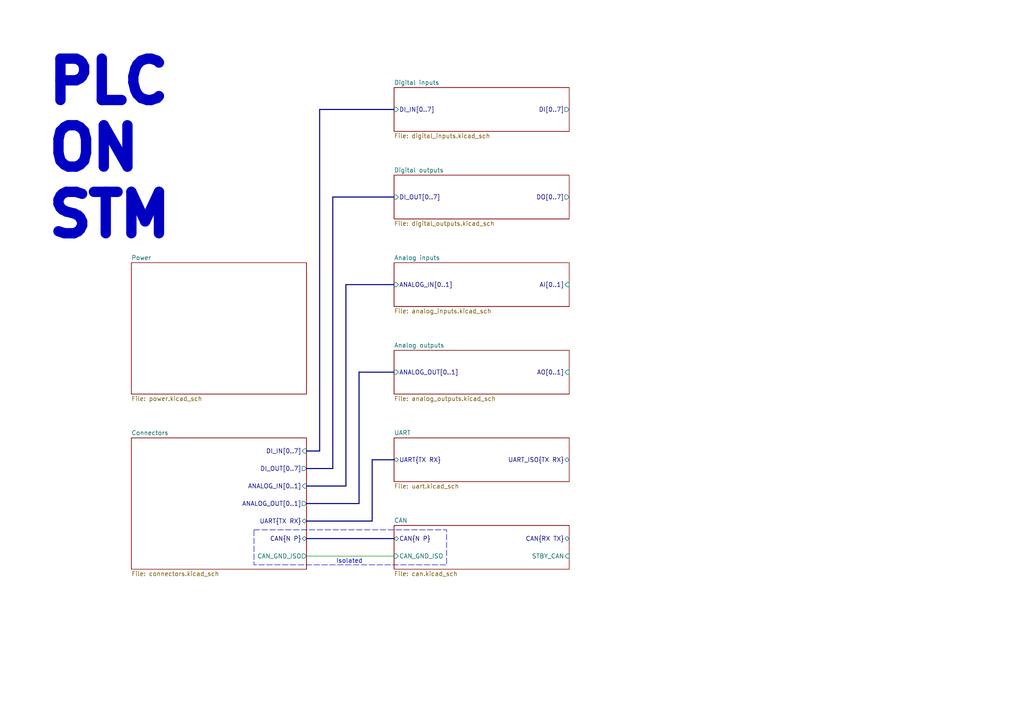
<source format=kicad_sch>
(kicad_sch
	(version 20250114)
	(generator "eeschema")
	(generator_version "9.0")
	(uuid "b652b05a-4e3d-4ad1-b032-18886abe7d45")
	(paper "A4")
	(title_block
		(title "PLC ON STM")
		(rev "${REVISION}")
		(company "Author: Grzegorz Potocki")
	)
	(lib_symbols)
	(rectangle
		(start 73.66 153.67)
		(end 129.54 163.83)
		(stroke
			(width 0)
			(type dash)
		)
		(fill
			(type none)
		)
		(uuid ee3b2849-9b03-4049-a8c0-9cac4343afd4)
	)
	(text "PLC\nON\nSTM"
		(exclude_from_sim no)
		(at 12.7 43.18 0)
		(effects
			(font
				(size 12 12)
				(thickness 4.8)
				(bold yes)
			)
			(justify left)
		)
		(uuid "ba744678-e0b2-47a2-acff-9334e640cdc5")
	)
	(text "Isolated\n"
		(exclude_from_sim no)
		(at 101.346 162.814 0)
		(effects
			(font
				(size 1.27 1.27)
			)
		)
		(uuid "d4f02391-fd2a-47a1-afdf-d5d27c9dde4b")
	)
	(bus
		(pts
			(xy 104.14 146.05) (xy 104.14 107.95)
		)
		(stroke
			(width 0)
			(type default)
		)
		(uuid "1cad29ca-26bc-4f37-a458-4a26a61b7f0a")
	)
	(bus
		(pts
			(xy 96.52 57.15) (xy 114.3 57.15)
		)
		(stroke
			(width 0)
			(type default)
		)
		(uuid "207be0f8-b625-4564-8792-1a666f09596d")
	)
	(bus
		(pts
			(xy 88.9 151.13) (xy 107.95 151.13)
		)
		(stroke
			(width 0)
			(type default)
		)
		(uuid "3aff7d7b-4507-4502-80d3-375060d9e153")
	)
	(bus
		(pts
			(xy 107.95 151.13) (xy 107.95 133.35)
		)
		(stroke
			(width 0)
			(type default)
		)
		(uuid "3c2ed680-da26-47ec-ba1a-a34c3b45d1f3")
	)
	(wire
		(pts
			(xy 88.9 161.29) (xy 114.3 161.29)
		)
		(stroke
			(width 0)
			(type default)
		)
		(uuid "3fc24990-2e4e-4344-9987-4a74f5166060")
	)
	(bus
		(pts
			(xy 100.33 140.97) (xy 100.33 82.55)
		)
		(stroke
			(width 0)
			(type default)
		)
		(uuid "580c0400-62eb-459f-88eb-8e977dd30d41")
	)
	(bus
		(pts
			(xy 100.33 82.55) (xy 114.3 82.55)
		)
		(stroke
			(width 0)
			(type default)
		)
		(uuid "5dedd26b-ab68-4fed-9d50-b6e06f807334")
	)
	(bus
		(pts
			(xy 88.9 156.21) (xy 114.3 156.21)
		)
		(stroke
			(width 0)
			(type default)
		)
		(uuid "65e66252-6f40-4f2a-ac16-0e34670f152e")
	)
	(bus
		(pts
			(xy 88.9 146.05) (xy 104.14 146.05)
		)
		(stroke
			(width 0)
			(type default)
		)
		(uuid "7fe25338-ad44-4264-b495-dca6a284829f")
	)
	(bus
		(pts
			(xy 92.71 31.75) (xy 114.3 31.75)
		)
		(stroke
			(width 0)
			(type default)
		)
		(uuid "93a6cf31-cebc-47f2-a9a1-7d5f294e3a67")
	)
	(bus
		(pts
			(xy 88.9 130.81) (xy 92.71 130.81)
		)
		(stroke
			(width 0)
			(type default)
		)
		(uuid "adc869fd-2d59-4187-8874-bd5964b124f3")
	)
	(bus
		(pts
			(xy 88.9 140.97) (xy 100.33 140.97)
		)
		(stroke
			(width 0)
			(type default)
		)
		(uuid "aea1d315-a1b0-4e79-a377-e01173a4219d")
	)
	(bus
		(pts
			(xy 92.71 130.81) (xy 92.71 31.75)
		)
		(stroke
			(width 0)
			(type default)
		)
		(uuid "bee6bd5c-8e12-49df-984e-2c0bc45a6ed9")
	)
	(bus
		(pts
			(xy 96.52 135.89) (xy 96.52 57.15)
		)
		(stroke
			(width 0)
			(type default)
		)
		(uuid "c2736b3c-47ce-4737-ab83-2334490f023f")
	)
	(bus
		(pts
			(xy 104.14 107.95) (xy 114.3 107.95)
		)
		(stroke
			(width 0)
			(type default)
		)
		(uuid "c8cd3823-c7d1-4e4a-ab7d-92508072266d")
	)
	(bus
		(pts
			(xy 88.9 135.89) (xy 96.52 135.89)
		)
		(stroke
			(width 0)
			(type default)
		)
		(uuid "e6586763-f3b9-4cab-b7c7-e50c755879c9")
	)
	(bus
		(pts
			(xy 107.95 133.35) (xy 114.3 133.35)
		)
		(stroke
			(width 0)
			(type default)
		)
		(uuid "ed6692d1-17b6-45ce-bff4-40b70a0d1887")
	)
	(sheet
		(at 114.3 101.6)
		(size 50.8 12.7)
		(exclude_from_sim no)
		(in_bom yes)
		(on_board yes)
		(dnp no)
		(fields_autoplaced yes)
		(stroke
			(width 0.1524)
			(type solid)
		)
		(fill
			(color 0 0 0 0.0000)
		)
		(uuid "4041f08e-0021-4486-b46d-04dee0dbde38")
		(property "Sheetname" "Analog outputs"
			(at 114.3 100.8884 0)
			(effects
				(font
					(size 1.27 1.27)
				)
				(justify left bottom)
			)
		)
		(property "Sheetfile" "analog_outputs.kicad_sch"
			(at 114.3 114.8846 0)
			(effects
				(font
					(size 1.27 1.27)
				)
				(justify left top)
			)
		)
		(pin "AO[0..1]" input
			(at 165.1 107.95 0)
			(uuid "22802b24-1429-4ce5-ba2d-3e5aa4f57f23")
			(effects
				(font
					(size 1.27 1.27)
				)
				(justify right)
			)
		)
		(pin "ANALOG_OUT[0..1]" input
			(at 114.3 107.95 180)
			(uuid "7084c5de-9bcf-496a-810a-8bdfcb7570ee")
			(effects
				(font
					(size 1.27 1.27)
				)
				(justify left)
			)
		)
		(instances
			(project "stm32-plc"
				(path "/b652b05a-4e3d-4ad1-b032-18886abe7d45"
					(page "5")
				)
			)
		)
	)
	(sheet
		(at 114.3 25.4)
		(size 50.8 12.7)
		(exclude_from_sim no)
		(in_bom yes)
		(on_board yes)
		(dnp no)
		(fields_autoplaced yes)
		(stroke
			(width 0.1524)
			(type solid)
		)
		(fill
			(color 0 0 0 0.0000)
		)
		(uuid "53668965-aba8-491b-bbd2-5e02dffffd80")
		(property "Sheetname" "Digital inputs"
			(at 114.3 24.6884 0)
			(effects
				(font
					(size 1.27 1.27)
				)
				(justify left bottom)
			)
		)
		(property "Sheetfile" "digital_inputs.kicad_sch"
			(at 114.3 38.6846 0)
			(effects
				(font
					(size 1.27 1.27)
				)
				(justify left top)
			)
		)
		(pin "DI_IN[0..7]" input
			(at 114.3 31.75 180)
			(uuid "a6780fa2-04bc-4383-a445-60bea994e50c")
			(effects
				(font
					(size 1.27 1.27)
				)
				(justify left)
			)
		)
		(pin "DI[0..7]" output
			(at 165.1 31.75 0)
			(uuid "5b672e33-6775-4a5c-bdb8-2de1a9ac9675")
			(effects
				(font
					(size 1.27 1.27)
				)
				(justify right)
			)
		)
		(instances
			(project "stm32-plc"
				(path "/b652b05a-4e3d-4ad1-b032-18886abe7d45"
					(page "6")
				)
			)
		)
	)
	(sheet
		(at 114.3 76.2)
		(size 50.8 12.7)
		(exclude_from_sim no)
		(in_bom yes)
		(on_board yes)
		(dnp no)
		(fields_autoplaced yes)
		(stroke
			(width 0.1524)
			(type solid)
		)
		(fill
			(color 0 0 0 0.0000)
		)
		(uuid "6d9818bf-ea95-4e36-b836-5e40b7d255e9")
		(property "Sheetname" "Analog inputs"
			(at 114.3 75.4884 0)
			(effects
				(font
					(size 1.27 1.27)
				)
				(justify left bottom)
			)
		)
		(property "Sheetfile" "analog_inputs.kicad_sch"
			(at 114.3 89.4846 0)
			(effects
				(font
					(size 1.27 1.27)
				)
				(justify left top)
			)
		)
		(pin "ANALOG_IN[0..1]" input
			(at 114.3 82.55 180)
			(uuid "c4fd70aa-0e80-4851-8446-b68e87959680")
			(effects
				(font
					(size 1.27 1.27)
				)
				(justify left)
			)
		)
		(pin "AI[0..1]" input
			(at 165.1 82.55 0)
			(uuid "4c3c9103-6e23-4164-84c8-28779e537590")
			(effects
				(font
					(size 1.27 1.27)
				)
				(justify right)
			)
		)
		(instances
			(project "stm32-plc"
				(path "/b652b05a-4e3d-4ad1-b032-18886abe7d45"
					(page "4")
				)
			)
		)
	)
	(sheet
		(at 38.1 76.2)
		(size 50.8 38.1)
		(exclude_from_sim no)
		(in_bom yes)
		(on_board yes)
		(dnp no)
		(fields_autoplaced yes)
		(stroke
			(width 0.1524)
			(type solid)
		)
		(fill
			(color 0 0 0 0.0000)
		)
		(uuid "99c14907-23ad-43ad-9631-070bcb6380e5")
		(property "Sheetname" "Power"
			(at 38.1 75.4884 0)
			(effects
				(font
					(size 1.27 1.27)
				)
				(justify left bottom)
			)
		)
		(property "Sheetfile" "power.kicad_sch"
			(at 38.1 114.8846 0)
			(effects
				(font
					(size 1.27 1.27)
				)
				(justify left top)
			)
		)
		(instances
			(project "stm32-plc"
				(path "/b652b05a-4e3d-4ad1-b032-18886abe7d45"
					(page "3")
				)
			)
		)
	)
	(sheet
		(at 114.3 50.8)
		(size 50.8 12.7)
		(exclude_from_sim no)
		(in_bom yes)
		(on_board yes)
		(dnp no)
		(fields_autoplaced yes)
		(stroke
			(width 0.1524)
			(type solid)
		)
		(fill
			(color 0 0 0 0.0000)
		)
		(uuid "9a7eac17-bde7-4be8-89e7-ead0dca9d95f")
		(property "Sheetname" "Digital outputs"
			(at 114.3 50.0884 0)
			(effects
				(font
					(size 1.27 1.27)
				)
				(justify left bottom)
			)
		)
		(property "Sheetfile" "digital_outputs.kicad_sch"
			(at 114.3 64.0846 0)
			(effects
				(font
					(size 1.27 1.27)
				)
				(justify left top)
			)
		)
		(pin "DO[0..7]" output
			(at 165.1 57.15 0)
			(uuid "520f437b-2de4-40ff-af19-08c1f63bab3b")
			(effects
				(font
					(size 1.27 1.27)
				)
				(justify right)
			)
		)
		(pin "DI_OUT[0..7]" input
			(at 114.3 57.15 180)
			(uuid "1c730735-bc88-459d-bf1d-73af237f33e0")
			(effects
				(font
					(size 1.27 1.27)
				)
				(justify left)
			)
		)
		(instances
			(project "stm32-plc"
				(path "/b652b05a-4e3d-4ad1-b032-18886abe7d45"
					(page "7")
				)
			)
		)
	)
	(sheet
		(at 114.3 127)
		(size 50.8 12.7)
		(exclude_from_sim no)
		(in_bom yes)
		(on_board yes)
		(dnp no)
		(fields_autoplaced yes)
		(stroke
			(width 0.1524)
			(type solid)
		)
		(fill
			(color 0 0 0 0.0000)
		)
		(uuid "d6ce6b59-68d9-41b9-bbd5-9190176b2b5d")
		(property "Sheetname" "UART"
			(at 114.3 126.2884 0)
			(effects
				(font
					(size 1.27 1.27)
				)
				(justify left bottom)
			)
		)
		(property "Sheetfile" "uart.kicad_sch"
			(at 114.3 140.2846 0)
			(effects
				(font
					(size 1.27 1.27)
				)
				(justify left top)
			)
		)
		(pin "UART{TX RX}" bidirectional
			(at 114.3 133.35 180)
			(uuid "aae6b519-d031-497f-9e3c-ca135b3e76e8")
			(effects
				(font
					(size 1.27 1.27)
				)
				(justify left)
			)
		)
		(pin "UART_ISO{TX RX}" bidirectional
			(at 165.1 133.35 0)
			(uuid "4e8b081d-2d4d-4a59-80a7-8426e34e1e78")
			(effects
				(font
					(size 1.27 1.27)
				)
				(justify right)
			)
		)
		(instances
			(project "stm32-plc"
				(path "/b652b05a-4e3d-4ad1-b032-18886abe7d45"
					(page "9")
				)
			)
		)
	)
	(sheet
		(at 114.3 152.4)
		(size 50.8 12.7)
		(exclude_from_sim no)
		(in_bom yes)
		(on_board yes)
		(dnp no)
		(fields_autoplaced yes)
		(stroke
			(width 0.1524)
			(type solid)
		)
		(fill
			(color 0 0 0 0.0000)
		)
		(uuid "e88a87f1-4fac-4a15-8fc8-a85c85ae592e")
		(property "Sheetname" "CAN"
			(at 114.3 151.6884 0)
			(effects
				(font
					(size 1.27 1.27)
				)
				(justify left bottom)
			)
		)
		(property "Sheetfile" "can.kicad_sch"
			(at 114.3 165.6846 0)
			(effects
				(font
					(size 1.27 1.27)
				)
				(justify left top)
			)
		)
		(pin "CAN_GND_ISO" input
			(at 114.3 161.29 180)
			(uuid "d32581b4-d4b8-4e0f-8bc4-3a0f49639f33")
			(effects
				(font
					(size 1.27 1.27)
				)
				(justify left)
			)
		)
		(pin "CAN{RX TX}" bidirectional
			(at 165.1 156.21 0)
			(uuid "7a6057d6-1c88-43b6-a465-09135f8c1ee5")
			(effects
				(font
					(size 1.27 1.27)
				)
				(justify right)
			)
		)
		(pin "CAN{N P}" bidirectional
			(at 114.3 156.21 180)
			(uuid "e66b04b3-d294-47e1-8b64-78a0a8e32947")
			(effects
				(font
					(size 1.27 1.27)
				)
				(justify left)
			)
		)
		(pin "STBY_CAN" input
			(at 165.1 161.29 0)
			(uuid "7b2462f8-8ecc-41e2-ab7a-719cef1de239")
			(effects
				(font
					(size 1.27 1.27)
				)
				(justify right)
			)
		)
		(instances
			(project "stm32-plc"
				(path "/b652b05a-4e3d-4ad1-b032-18886abe7d45"
					(page "8")
				)
			)
		)
	)
	(sheet
		(at 38.1 127)
		(size 50.8 38.1)
		(exclude_from_sim no)
		(in_bom yes)
		(on_board yes)
		(dnp no)
		(fields_autoplaced yes)
		(stroke
			(width 0.1524)
			(type solid)
		)
		(fill
			(color 0 0 0 0.0000)
		)
		(uuid "f80c68dd-db57-45c5-ad39-097fddab18f6")
		(property "Sheetname" "Connectors"
			(at 38.1 126.2884 0)
			(effects
				(font
					(size 1.27 1.27)
				)
				(justify left bottom)
			)
		)
		(property "Sheetfile" "connectors.kicad_sch"
			(at 38.1 165.6846 0)
			(effects
				(font
					(size 1.27 1.27)
				)
				(justify left top)
			)
		)
		(pin "CAN_GND_ISO" output
			(at 88.9 161.29 0)
			(uuid "59d4f9ea-11a1-47af-b5b1-d3be1274064a")
			(effects
				(font
					(size 1.27 1.27)
				)
				(justify right)
			)
		)
		(pin "CAN{N P}" bidirectional
			(at 88.9 156.21 0)
			(uuid "279e6fea-55f5-4810-b438-02920ba25883")
			(effects
				(font
					(size 1.27 1.27)
				)
				(justify right)
			)
		)
		(pin "UART{TX RX}" bidirectional
			(at 88.9 151.13 0)
			(uuid "e295b41e-ffa3-4102-9201-aa3fa27e3558")
			(effects
				(font
					(size 1.27 1.27)
				)
				(justify right)
			)
		)
		(pin "ANALOG_OUT[0..1]" output
			(at 88.9 146.05 0)
			(uuid "c360fdc1-fad8-4018-a2cb-3bfa03e4db15")
			(effects
				(font
					(size 1.27 1.27)
				)
				(justify right)
			)
		)
		(pin "ANALOG_IN[0..1]" input
			(at 88.9 140.97 0)
			(uuid "815b519e-6ca0-465e-9367-040c44a4602b")
			(effects
				(font
					(size 1.27 1.27)
				)
				(justify right)
			)
		)
		(pin "DI_OUT[0..7]" output
			(at 88.9 135.89 0)
			(uuid "9698f8cc-db4b-4674-80e6-e54dd9643c7c")
			(effects
				(font
					(size 1.27 1.27)
				)
				(justify right)
			)
		)
		(pin "DI_IN[0..7]" input
			(at 88.9 130.81 0)
			(uuid "6c857ffa-77fd-42b6-91a1-73ceb626b95c")
			(effects
				(font
					(size 1.27 1.27)
				)
				(justify right)
			)
		)
		(instances
			(project "stm32-plc"
				(path "/b652b05a-4e3d-4ad1-b032-18886abe7d45"
					(page "2")
				)
			)
		)
	)
	(sheet_instances
		(path "/"
			(page "1")
		)
	)
	(embedded_fonts no)
)

</source>
